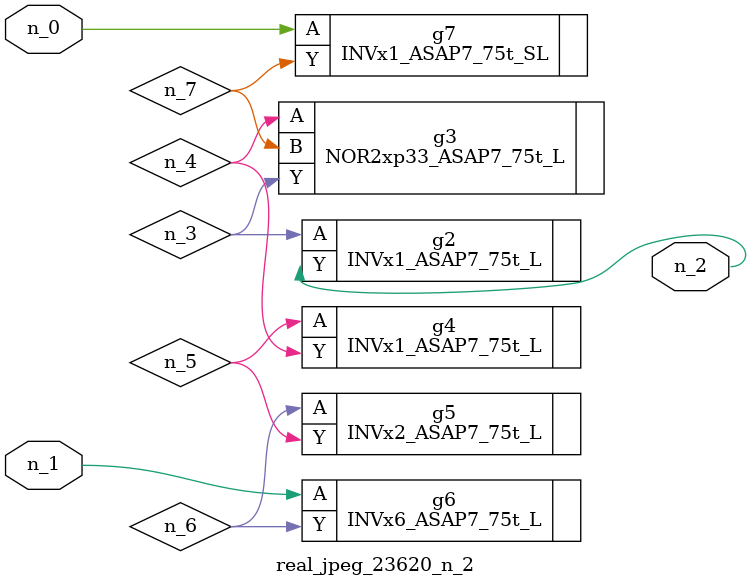
<source format=v>
module real_jpeg_23620_n_2 (n_1, n_0, n_2);

input n_1;
input n_0;

output n_2;

wire n_5;
wire n_4;
wire n_6;
wire n_7;
wire n_3;

INVx1_ASAP7_75t_SL g7 ( 
.A(n_0),
.Y(n_7)
);

INVx6_ASAP7_75t_L g6 ( 
.A(n_1),
.Y(n_6)
);

INVx1_ASAP7_75t_L g2 ( 
.A(n_3),
.Y(n_2)
);

NOR2xp33_ASAP7_75t_L g3 ( 
.A(n_4),
.B(n_7),
.Y(n_3)
);

INVx1_ASAP7_75t_L g4 ( 
.A(n_5),
.Y(n_4)
);

INVx2_ASAP7_75t_L g5 ( 
.A(n_6),
.Y(n_5)
);


endmodule
</source>
